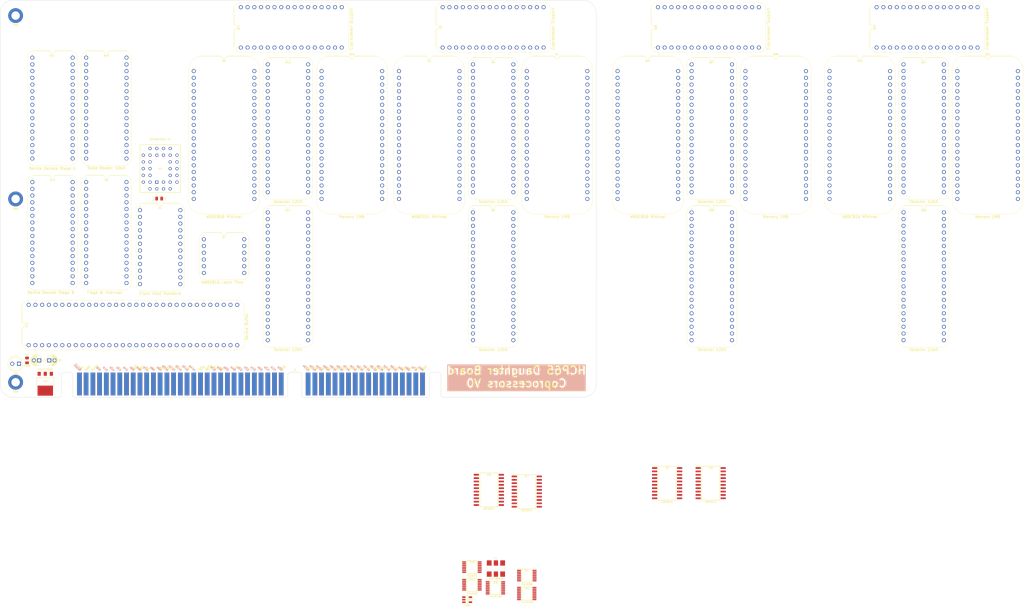
<source format=kicad_pcb>
(kicad_pcb (version 20241229) (generator "pcbnew") (generator_version "9.0")
  (title_block (title "Coprocessors") (date "2025-06-16") (rev "V0"))
  (layers (0 "F.Cu" signal) (2 "B.Cu" signal) (5 "F.SilkS" user "F.Silkscreen") (7 "B.SilkS" user "B.Silkscreen") (1 "F.Mask" user) (3 "B.Mask" user) (25 "Edge.Cuts" user))
  (net 0 "")
  (net 1 "/5V")
  (net 2 "/GND")
  (net 3 "/3.3V")
  (net 4 "/Bank Latch")
  (net 5 "/D7")
  (net 6 "/D6")
  (net 7 "/D5")
  (net 8 "/C~{Reset}")
  (net 9 "/D4")
  (net 10 "/D3")
  (net 11 "/~{Device RAM}")
  (net 12 "/12V")
  (net 14 "/D2")
  (net 16 "/D1")
  (net 17 "/D0")
  (net 18 "/~{Reset}")
  (net 20 "/CPHI2")
  (net 21 "/CAccess")
  (net 25 "/~{CA0_{Memory1}}")
  (net 26 "/~{INT0}")
  (net 29 "/~{CA0_{Memory0}}")
  (net 30 "/A18_{M}")
  (net 31 "/~{RD}")
  (net 32 "/A21_{M}")
  (net 33 "/A4_{M}")
  (net 34 "/~{WD}")
  (net 35 "/A14")
  (net 36 "/A13")
  (net 37 "/A12")
  (net 38 "/A11")
  (net 39 "/A10")
  (net 40 "/A14_{M}")
  (net 41 "/A9")
  (net 42 "/A4")
  (net 43 "/A3")
  (net 44 "/A2")
  (net 45 "/A1")
  (net 46 "/A0")
  (net 47 "/~{Device Select}")
  (net 50 "/A20_{M}")
  (net 51 "/~{Device Registers}")
  (net 52 "/~{Device ROM}")
  (net 53 "/A13_{M}")
  (net 54 "/Write Clear Interrupt")
  (net 55 "/Write Flags")
  (net 56 "/~{Main Access}")
  (net 57 "/Read Flags")
  (net 59 "/A5_{M}")
  (net 60 "/A5")
  (net 61 "/A6")
  (net 62 "/A7")
  (net 63 "/A8")
  (net 65 "/~{RD}_{M}")
  (net 66 "/A22_{M}")
  (net 67 "/A8_{M}")
  (net 68 "/~{WD}_{M}")
  (net 69 "/A16_{M}")
  (net 70 "/A9_{M}")
  (net 71 "/A12_{M}")
  (net 79 "/H0_{D}")
  (net 80 "/H1_{D}")
  (net 86 "/H2_{D}")
  (net 87 "/~{A4}")
  (net 88 "/A0_{D}")
  (net 93 "/A1_{D}")
  (net 94 "/A2_{D}")
  (net 95 "/A10_{M}")
  (net 96 "/A0_{M}")
  (net 97 "/A2_{M}")
  (net 98 "/A11_{M}")
  (net 99 "/~{Main}")
  (net 100 "/A17_{M}")
  (net 101 "/A19_{M}")
  (net 102 "/A3_{M}")
  (net 103 "/A1_{M}")
  (net 104 "/A6_{M}")
  (net 105 "/A23_{M}")
  (net 106 "/A15_{M}")
  (net 107 "/A7_{M}")
  (net 117 "/A3_{D}")
  (net 118 "/A4_{D}")
  (net 119 "/A5_{D}")
  (net 120 "/A6_{D}")
  (net 121 "/A7_{D}")
  (net 122 "/A8_{D}")
  (net 123 "/A9_{D}")
  (net 124 "/A10_{D}")
  (net 125 "/A11_{D}")
  (net 126 "/A12_{D}")
  (net 127 "/A13_{D}")
  (net 128 "/A14_{D}")
  (net 129 "/~{RD}_{D}")
  (net 130 "/~{WD}_{D}")
  (net 131 "/CLK_{D}")
  (net 132 "/D0_{D}")
  (net 133 "/D1_{D}")
  (net 134 "/D2_{D}")
  (net 135 "/D3_{D}")
  (net 136 "/D4_{D}")
  (net 137 "/D5_{D}")
  (net 138 "/D6_{D}")
  (net 139 "/D7_{D}")
  (net 140 "/~{Select}_{D}")
  (net 141 "/~{Enable}_{D}")
  (net 142 "/~{Interrupt}_{D}")
  (net 143 "/~{Reset}_{D}")
  (net 144 "/~{Reset}_{System}")
  (net 147 "/D2_{M}")
  (net 148 "/D5_{M}")
  (net 149 "/D6_{M}")
  (net 150 "/D0_{M}")
  (net 151 "/D4_{M}")
  (net 152 "/D3_{M}")
  (net 153 "/D7_{M}")
  (net 154 "/D1_{M}")
  (net 172 "Net-(LED1-K)")
  (net 175 "/CA0_{17}")
  (net 177 "/CA0_{16}")
  (net 179 "/CA0_{8}")
  (net 180 "/CA0_{2}")
  (net 181 "/CA0_{10}")
  (net 182 "/CA0_{14}")
  (net 185 "/CRun")
  (net 188 "/CA0_{11}")
  (net 189 "/CA0_{5}")
  (net 195 "/CA0_{13}")
  (net 196 "/CA0_{0}")
  (net 197 "/CA0_{18}")
  (net 198 "/M~{Memory4}")
  (net 199 "/CA0_{6}")
  (net 200 "/M~{Memory3}")
  (net 201 "/CA0_{9}")
  (net 202 "/CA0_{15}")
  (net 203 "/CA0~{_{WD}}")
  (net 204 "/CA0_{7}")
  (net 205 "/CA0_{12}")
  (net 206 "/CA0_{3}")
  (net 207 "/M~{Memory2}")
  (net 208 "/M~{Memory7}")
  (net 209 "/CA0_{4}")
  (net 210 "/M~{Memory5}")
  (net 211 "/CA0_{19}")
  (net 212 "/CA0_{1}")
  (net 213 "/M~{Memory6}")
  (net 214 "/CA0~{_{RD}}")
  (net 215 "/40MHz")
  (net 217 "/M~{Memory1}")
  (net 218 "Net-(IC10-1Q)")
  (net 222 "/M~{Memory0}")
  (net 226 "/CLK_{M}")
  (net 227 "/~{Memory A}")
  (net 228 "/~{CLK}_{D}")
  (net 229 "/~{Memory B}")
  (net 230 "/A15_{D}")
  (net 231 "/A16_{D}")
  (net 232 "/~{40MHz}")
  (net 237 "/Q0_{1}")
  (net 238 "/Q0_{~{Memory0}}")
  (net 239 "/QD0_{0}")
  (net 240 "/Q0_{14}")
  (net 241 "/QD0_{5}")
  (net 242 "/Q0_{18}")
  (net 243 "/QD0_{7}")
  (net 244 "/Q0_{2}")
  (net 245 "/Q0_{11}")
  (net 246 "/QD0_{4}")
  (net 247 "/QD0_{1}")
  (net 248 "/Q0_{17}")
  (net 249 "/Q0_{16}")
  (net 250 "/Q0_{15}")
  (net 251 "/Q0_{~{RD}}")
  (net 252 "/Q0_{6}")
  (net 253 "/Q0_{12}")
  (net 254 "/Q0_{7}")
  (net 255 "/Q0_{13}")
  (net 256 "/Q0_{9}")
  (net 257 "/QD0_{6}")
  (net 258 "/Q0_{4}")
  (net 259 "/Q0_{0}")
  (net 260 "/QD0_{3}")
  (net 261 "/Q0_{10}")
  (net 262 "/Q0_{8}")
  (net 263 "/Q0_{~{WD}}")
  (net 264 "/Q0_{3}")
  (net 265 "/Q0_{~{Memory1}}")
  (net 266 "/QD0_{2}")
  (net 267 "/Q0_{5}")
  (net 268 "/Q1D_{1}")
  (net 269 "/CA1~{_{RD}}")
  (net 270 "/CA1_{15}")
  (net 271 "/CA1_{8}")
  (net 272 "/Q1D_{0}")
  (net 273 "/CA1_{1}")
  (net 274 "/CA1_{13}")
  (net 275 "/CA1_{3}")
  (net 276 "/CA1_{14}")
  (net 277 "/CA1_{5}")
  (net 278 "/CA1_{2}")
  (net 279 "/Q1D_{3}")
  (net 280 "/CA1_{10}")
  (net 281 "/CA1~{_{WD}}")
  (net 282 "/Q1D_{2}")
  (net 283 "/Q1D_{7}")
  (net 284 "/CA1_{9}")
  (net 285 "/Q1D_{5}")
  (net 286 "/CA1_{12}")
  (net 287 "/CA1_{6}")
  (net 288 "/Q1D_{4}")
  (net 289 "/Q1D_{6}")
  (net 290 "/CA1_{11}")
  (net 291 "/CA1_{0}")
  (net 292 "/CA1_{7}")
  (net 293 "/CA1_{17}")
  (net 294 "/CA1_{19}")
  (net 295 "/CA1_{4}")
  (net 296 "/CA1_{16}")
  (net 297 "/CA1_{18}")
  (net 298 "/~{INT}")
  (net 299 "/Read State Low")
  (net 300 "/~{INT2}")
  (net 301 "/Read State High")
  (net 302 "/~{INT3}")
  (net 303 "/~{INT1}")
  (net 305 "/~{CA1_{Memory1}}")
  (net 306 "/Q1_{~{WD}}")
  (net 307 "/Q1_{~{RD}}")
  (net 308 "/Q1_{18}")
  (net 309 "/Q1_{12}")
  (net 310 "/Q1_{16}")
  (net 311 "/Q1_{13}")
  (net 312 "/Q1_{14}")
  (net 313 "/Q1_{17}")
  (net 314 "/Q1_{~{Memory0}}")
  (net 315 "/Q1_{15}")
  (net 316 "/~{CA1_{Memory0}}")
  (net 317 "/Q1_{~{Memory1}}")
  (net 318 "/Q1_{8}")
  (net 319 "/Q1_{4}")
  (net 320 "/Q1_{2}")
  (net 321 "/Q1_{6}")
  (net 322 "/Q1_{0}")
  (net 323 "/Q1_{1}")
  (net 324 "/Q1_{7}")
  (net 325 "/Q1_{3}")
  (net 326 "/Q1_{5}")
  (net 327 "/Q1_{9}")
  (net 328 "/Q1_{11}")
  (net 329 "/Q1_{10}")
  (net 336 "/CA2~{_{RD}}")
  (net 337 "/CA2_{13}")
  (net 338 "/CA2_{1}")
  (net 339 "/CA2_{17}")
  (net 340 "/CA2~{_{WD}}")
  (net 341 "/QD2_{4}")
  (net 342 "/CA2_{5}")
  (net 343 "/QD2_{7}")
  (net 344 "/QD2_{5}")
  (net 345 "/CA2_{9}")
  (net 346 "/CA2_{0}")
  (net 347 "/QD2_{3}")
  (net 348 "/CA2_{6}")
  (net 349 "/CA2_{12}")
  (net 350 "/CA2_{2}")
  (net 351 "/QD2_{0}")
  (net 352 "/CA2_{15}")
  (net 353 "/CA2_{7}")
  (net 354 "/CA2_{8}")
  (net 355 "/QD2_{1}")
  (net 356 "/QD2_{2}")
  (net 357 "/QD2_{6}")
  (net 358 "/CA2_{19}")
  (net 359 "/CA2_{14}")
  (net 360 "/CA2_{3}")
  (net 361 "/CA2_{18}")
  (net 362 "/CA2_{16}")
  (net 363 "/CA2_{4}")
  (net 364 "/CA2_{10}")
  (net 365 "/CA2_{11}")
  (net 366 "/Q2_{~{Memory1}}")
  (net 368 "/Q2_{~{WD}}")
  (net 369 "/Q2_{18}")
  (net 370 "/Q2_{~{Memory0}}")
  (net 371 "/Q2_{12}")
  (net 372 "/Q2_{~{RD}}")
  (net 373 "/~{CA2_{Memory0}}")
  (net 374 "/~{CA2_{Memory1}}")
  (net 375 "/Q2_{17}")
  (net 376 "/Q2_{13}")
  (net 377 "/Q2_{15}")
  (net 378 "/Q2_{16}")
  (net 379 "/Q2_{14}")
  (net 380 "/Q2_{9}")
  (net 381 "/Q2_{8}")
  (net 382 "/Q2_{10}")
  (net 383 "/Q2_{3}")
  (net 384 "/Q2_{7}")
  (net 385 "/Q2_{0}")
  (net 386 "/Q2_{2}")
  (net 387 "/Q2_{11}")
  (net 388 "/Q2_{4}")
  (net 389 "/Q2_{1}")
  (net 390 "/Q2_{5}")
  (net 391 "/Q2_{6}")
  (net 398 "/CA3_{8}")
  (net 399 "/CA3_{7}")
  (net 400 "/CA3_{18}")
  (net 401 "/CA3_{4}")
  (net 402 "/CA3_{9}")
  (net 403 "/CA3_{16}")
  (net 404 "/CA3_{2}")
  (net 405 "/CA3_{10}")
  (net 406 "/CA3_{14}")
  (net 407 "/CA3_{11}")
  (net 408 "/QD3_{0}")
  (net 409 "/CA3_{1}")
  (net 410 "/CA3_{3}")
  (net 411 "/CA3_{17}")
  (net 412 "/CA3~{_{RD}}")
  (net 413 "/CA3_{0}")
  (net 414 "/CA3~{_{WD}}")
  (net 415 "/CA3_{19}")
  (net 416 "/CA3_{13}")
  (net 417 "/CA3_{6}")
  (net 418 "/CA3_{15}")
  (net 419 "/CA3_{12}")
  (net 420 "/CA3_{5}")
  (net 421 "/Q3_{16}")
  (net 422 "/~{CA3_{Memory0}}")
  (net 423 "/Q3_{~{RD}}")
  (net 424 "/Q3_{13}")
  (net 425 "/Q3_{17}")
  (net 426 "/~{CA3_{Memory1}}")
  (net 427 "/Q3_{~{Memory0}}")
  (net 429 "/Q3_{15}")
  (net 430 "/Q3_{~{WD}}")
  (net 431 "/Q3_{14}")
  (net 432 "/Q3_{18}")
  (net 433 "/Q3_{~{Memory1}}")
  (net 434 "/Q3_{12}")
  (net 435 "/Q3_{6}")
  (net 436 "/Q3_{5}")
  (net 437 "/Q3_{11}")
  (net 438 "/Q3_{9}")
  (net 439 "/Q3_{4}")
  (net 440 "/Q3_{7}")
  (net 441 "/Q3_{2}")
  (net 442 "/Q3_{0}")
  (net 443 "/Q3_{1}")
  (net 444 "/Q3_{3}")
  (net 445 "/Q3_{8}")
  (net 446 "/Q3_{10}")
  (net 453 "/M~{Memory4•5}")
  (net 454 "/~{INT2•3}")
  (net 455 "/~{INT0•1}")
  (net 460 "/M~{Memory6•7}")
  (net 461 "/M~{Memory0•1}")
  (net 462 "/M~{Memory2•3}")
  (footprint "HCP65_Parts:HCP65_Device_Buffer" (layer "F.Cu") (at -19.153748 -14.632 90)
    (property "Reference" "B16")
    (property "Value" "Device Buffer" (hide yes))
  )
  (footprint "HCP65_Parts:HCP65_Coprocessor_Support" (layer "F.Cu") (at 218.44 -127 90)
    (property "Reference" "B29")
    (property "Value" "Coprocessor Support" (hide yes))
  )
  (footprint "HCP65_Parts:HCP65_Coprocessor_Support" (layer "F.Cu") (at 60.96 -127 90)
    (property "Reference" "B17")
    (property "Value" "Coprocessor Support" (hide yes))
  )
  (footprint "HCP65_Parts:HCP65_Clock_Hold_Standard" (layer "F.Cu") (at 22.86 -65.622898)
    (property "Reference" "B4")
    (property "Value" "Clock Hold Standard" (hide yes))
  )
  (footprint "HCP65_Parts:HCP65_Selector_12bit" (layer "F.Cu") (at 231.14 -120.65)
    (property "Reference" "B27")
    (property "Value" "Selector 12bit" (hide yes))
  )
  (footprint "SamacSys_Parts:CP_Radial_D4.0mm_P2.00mm" (layer "F.Cu") (at -15.1892 -8.89 180)
    (property "Reference" "C4")
    (property "Value" "10μF")
  )
  (footprint "HCP65_Parts:HCP65_MountingHole_M3_" (layer "F.Cu") (at -24.0792 -0.635)
    (property "Reference" "H10" (hide yes))
    (property "Value" "MountingHole_Pad")
  )
  (footprint "HCP65_Parts:HCP65_W65C816_Minimal" (layer "F.Cu") (at 203.2 -118.11)
    (property "Reference" "B24")
    (property "Value" "W65C816 Minimal" (hide yes))
  )
  (footprint "HCP65_Parts:HCP65_W65C816_Minimal" (layer "F.Cu") (at 120.65 -118.11)
    (property "Reference" "B2")
    (property "Value" "W65C816 Minimal" (hide yes))
  )
  (footprint "SamacSys_Parts:LED_D5.0mm" (layer "F.Cu") (at -22.8092 -7.62 180)
    (property "Reference" "LED1")
    (property "Value" "Red")
  )
  (footprint "SamacSys_Parts:SOIC127P1032X265-20N" (layer "F.Cu") (at 221.895 37.465)
    (property "Reference" "IC2")
    (property "Value" "CBT3244AD,112" (hide yes))
  )
  (footprint "HCP65_Parts:HCP65_W65C816_Latch_Time" (layer "F.Cu") (at 46.99 -54.61)
    (property "Reference" "B7")
    (property "Value" "W65C816_Latch_Time" (hide yes))
  )
  (footprint "HCP65_Parts:HCP65_Selector_12bit" (layer "F.Cu") (at 71.12 -64.77)
    (property "Reference" "B14")
    (property "Value" "Selector 12bit" (hide yes))
  )
  (footprint "SamacSys_Parts:SOP65P640X110-14N" (layer "F.Cu") (at 168.91 72.36)
    (property "Reference" "IC4")
    (property "Value" "74LVC08APW,112" (hide yes))
  )
  (footprint "SamacSys_Parts:SOP65P640X110-14N" (layer "F.Cu") (at 148.192 69.17)
    (property "Reference" "IC10")
    (property "Value" "74LVC74APW,118" (hide yes))
  )
  (footprint "HCP65_Parts:HCP65_Flags_Interrupt" (layer "F.Cu") (at 2.54 -76.2)
    (property "Reference" "B9")
    (property "Value" "Flags & Interrupt" (hide yes))
  )
  (footprint "HCP65_Parts:HCP65_Selector_12bit" (layer "F.Cu") (at 148.59 -64.77)
    (property "Reference" "B8")
    (property "Value" "Selector 12bit" (hide yes))
  )
  (footprint "SamacSys_Parts:SOIC127P1032X265-20N" (layer "F.Cu") (at 168.91 40.64)
    (property "Reference" "IC7")
    (property "Value" "CBT3244AD,112" (hide yes))
  )
  (footprint "HCP65_Parts:HCP65_Memory_1MB" (layer "F.Cu") (at 251.46 -118.11)
    (property "Reference" "B28")
    (property "Value" "Memory 1MB" (hide yes))
  )
  (footprint "HCP65_Parts:HCP65_Memory_1MB" (layer "F.Cu") (at 331.47 -118.11)
    (property "Reference" "B22")
    (property "Value" "Memory 1MB" (hide yes))
  )
  (footprint "SamacSys_Parts:CP_Radial_D4.0mm_P2.00mm" (layer "F.Cu") (at -11.3792 -8.89)
    (property "Reference" "C3")
    (property "Value" "100μF")
  )
  (footprint "SamacSys_Parts:SOIC127P1032X265-20N" (layer "F.Cu") (at 154.585 40.005)
    (property "Reference" "IC6")
    (property "Value" "CBT3244AD,112" (hide yes))
  )
  (footprint "HCP65_Parts:HCP65_Selector_12bit" (layer "F.Cu") (at 231.14 -64.77)
    (property "Reference" "B26")
    (property "Value" "Selector 12bit" (hide yes))
  )
  (footprint "HCP65_Parts:HCP65_State_Reader" (layer "F.Cu") (at 2.54 -123.19)
    (property "Reference" "B10")
    (property "Value" "State Reader 16bit" (hide yes))
  )
  (footprint "HCP65_Parts:HCP65_Coprocessor_Support" (layer "F.Cu") (at 137.16 -127 90)
    (property "Reference" "B3")
    (property "Value" "Coprocessor Support" (hide yes))
  )
  (footprint "SamacSys_Parts:SOP65P640X110-16N" (layer "F.Cu") (at 168.885 79.135)
    (property "Reference" "IC5")
    (property "Value" "74LVC139PW,118" (hide yes))
  )
  (footprint "SamacSys_Parts:LD1117S33C" (layer "F.Cu") (at -12.8892 -0.635 180)
    (property "Reference" "IC3")
    (property "Value" "LD1117S50C" (hide yes))
  )
  (footprint "SamacSys_Parts:SOIC127P1032X265-20N" (layer "F.Cu") (at 238.345 37.465)
    (property "Reference" "IC8")
    (property "Value" "CBT3244AD,112" (hide yes))
  )
  (footprint "HCP65_Parts:HCP65_Coprocessor_Support" (layer "F.Cu") (at 300.99 -127 90)
    (property "Reference" "B23")
    (property "Value" "Coprocessor Support" (hide yes))
  )
  (footprint "SamacSys_Parts:XLH736074250000I" (layer "F.Cu") (at 157.256 69.697)
    (property "Reference" "Y1")
    (property "Value" "XLH735040.000000I" (hide yes))
  )
  (footprint "HCP65_Parts:HCP65_Selector_12bit" (layer "F.Cu") (at 311.15 -64.77)
    (property "Reference" "B20")
    (property "Value" "Selector 12bit" (hide yes))
  )
  (footprint "HCP65_Parts:HCP65_W65C816_Minimal" (layer "F.Cu") (at 43.18 -118.11)
    (property "Reference" "B6")
    (property "Value" "W65C816 Minimal" (hide yes))
  )
  (footprint "HCP65_Parts:HCP65_Selector_12bit" (layer "F.Cu") (at 311.15 -120.65)
    (property "Reference" "B21")
    (property "Value" "Selector 12bit" (hide yes))
  )
  (footprint "HCP65_Parts:HCP65_MountingHole_M3_" (layer "F.Cu") (at -24.0792 -69.85)
    (property "Reference" "H7" (hide yes))
    (property "Value" "MountingHole_Pad")
  )
  (footprint "SamacSys_Parts:5408803224008" (layer "F.Cu") (at 29.21 -76.2)
    (property "Reference" "IC1")
    (property "Value" "SST39VF010-70-4I-NHE" (hide yes))
  )
  (footprint "SamacSys_Parts:SOP65P640X110-14N" (layer "F.Cu") (at 148.192 75.82)
    (property "Reference" "IC11")
    (property "Value" "74LVC32APW,118" (hide yes))
  )
  (footprint "HCP65_Parts:HCP65_Device_Decode_Stage_B" (layer "F.Cu") (at -17.78 -76.2)
    (property "Reference" "B12")
    (property "Value" "Device Decode Stage B" (hide yes))
  )
  (footprint "SamacSys_Parts:98pin Edge Connector" (layer "F.Cu") (at -7.366 5.08)
    (property "Reference" "J1")
    (property "Value" "395-098-520-350")
    (fp_line (start 0.5 -8.413) (end 0.5 -0.5) (stroke (width 0.1)) (layer "Edge.Cuts"))
    (fp_line (start 0.5 -0.5) (end 0 0) (stroke (width 0.1)) (layer "Edge.Cuts"))
    (fp_line (start 3.81 -9.479799) (end 1.577048 -9.479799) (stroke (width 0.1)) (layer "Edge.Cuts"))
    (fp_line (start 4.887048 -8.413) (end 4.887048 -0.5) (stroke (width 0.1)) (layer "Edge.Cuts"))
    (fp_line (start 4.887048 -0.5) (end 5.387048 0) (stroke (width 0.1)) (layer "Edge.Cuts"))
    (fp_line (start 85.540048 0) (end 5.387048 0) (stroke (width 0.1)) (layer "Edge.Cuts"))
    (fp_line (start 86.040048 -8.4) (end 86.040048 -0.5) (stroke (width 0.1)) (layer "Edge.Cuts"))
    (fp_line (start 86.040048 -0.5) (end 85.540048 0) (stroke (width 0.1)) (layer "Edge.Cuts"))
    (fp_line (start 87.117096 -9.466799) (end 90.297 -9.466799) (stroke (width 0.1)) (layer "Edge.Cuts"))
    (fp_line (start 91.374048 -8.4) (end 91.374048 -0.5) (stroke (width 0.1)) (layer "Edge.Cuts"))
    (fp_line (start 91.374048 -0.5) (end 91.874048 0) (stroke (width 0.1)) (layer "Edge.Cuts"))
    (fp_line (start 138.999048 0) (end 91.874048 0) (stroke (width 0.1)) (layer "Edge.Cuts"))
    (fp_line (start 139.499048 -8.4) (end 139.499048 -0.5) (stroke (width 0.1)) (layer "Edge.Cuts"))
    (fp_line (start 139.499048 -0.5) (end 138.999048 0) (stroke (width 0.1)) (layer "Edge.Cuts"))
    (fp_line (start 140.576096 -9.466799) (end 142.809048 -9.466799) (stroke (width 0.1)) (layer "Edge.Cuts"))
    (fp_line (start 143.886096 -8.4) (end 143.886096 -0.5) (stroke (width 0.1)) (layer "Edge.Cuts"))
    (fp_line (start 143.886096 -0.5) (end 144.386096 0) (stroke (width 0.1)) (layer "Edge.Cuts"))
    (fp_arc (start 0.5 -8.413) (mid 0.817585 -9.169461) (end 1.577048 -9.479799) (stroke (width 0.1)) (layer "Edge.Cuts"))
    (fp_arc (start 3.81 -9.479799) (mid 4.569467 -9.169465) (end 4.887048 -8.413) (stroke (width 0.1)) (layer "Edge.Cuts"))
    (fp_arc (start 86.040048 -8.4) (mid 86.35762 -9.156489) (end 87.117096 -9.466799) (stroke (width 0.1)) (layer "Edge.Cuts"))
    (fp_arc (start 90.297 -9.466799) (mid 91.056441 -9.156453) (end 91.374048 -8.4) (stroke (width 0.1)) (layer "Edge.Cuts"))
    (fp_arc (start 139.499048 -8.4) (mid 139.81662 -9.156489) (end 140.576096 -9.466799) (stroke (width 0.1)) (layer "Edge.Cuts"))
    (fp_arc (start 142.809048 -9.466799) (mid 143.568523 -9.156472) (end 143.886096 -8.4) (stroke (width 0.1)) (layer "Edge.Cuts"))
  )
  (footprint "SamacSys_Parts:SOP65P640X110-16N" (layer "F.Cu") (at 157.067 76.995)
    (property "Reference" "IC9")
    (property "Value" "74LVC139PW,118" (hide yes))
  )
  (footprint "HCP65_Parts:HCP65_Device_Decode_Stage_A" (layer "F.Cu") (at -17.78 -123.19)
    (property "Reference" "B11")
    (property "Value" "Device Decode Stage A" (hide yes))
  )
  (footprint "HCP65_Parts:HCP65_MountingHole_M3_" (layer "F.Cu") (at -24.0792 -139.065)
    (property "Reference" "H1" (hide yes))
    (property "Value" "MountingHole_Pad")
  )
  (footprint "SamacSys_Parts:SOT95P275X110-5N" (layer "F.Cu") (at 146.392 81.448)
    (property "Reference" "IC12")
    (property "Value" "74LVC1G04GV,125" (hide yes))
  )
  (footprint "SamacSys_Parts:R_0805" (layer "F.Cu") (at -19.7612 -8.89)
    (property "Reference" "R3")
    (property "Value" "10KΩ")
  )
  (footprint "HCP65_Parts:HCP65_Selector_12bit" (layer "F.Cu") (at 148.59 -120.65)
    (property "Reference" "B5")
    (property "Value" "Selector 12bit" (hide yes))
  )
  (footprint "SamacSys_Parts:C_0805" (layer "F.Cu") (at 30.099 -69.977 -90)
    (property "Reference" "C6")
    (property "Value" "1μF")
  )
  (footprint "HCP65_Parts:HCP65_Memory_1MB" (layer "F.Cu") (at 91.44 -118.11)
    (property "Reference" "B15")
    (property "Value" "Memory 1MB" (hide yes))
  )
  (footprint "HCP65_Parts:HCP65_Selector_12bit" (layer "F.Cu") (at 71.12 -120.65)
    (property "Reference" "B13")
    (property "Value" "Selector 12bit" (hide yes))
  )
  (footprint "HCP65_Parts:HCP65_W65C816_Minimal" (layer "F.Cu") (at 283.21 -118.11)
    (property "Reference" "B18")
    (property "Value" "W65C816 Minimal" (hide yes))
  )
  (footprint "HCP65_Parts:HCP65_Memory_1MB" (layer "F.Cu") (at 168.91 -118.11)
    (property "Reference" "B1")
    (property "Value" "Memory 1MB" (hide yes))
  )
  (gr_arc (start 195.186301 0.000001) (mid 193.698403 3.592103) (end 190.106301 5.080001) (stroke (width 0.1)) (layer "Edge.Cuts"))
  (gr_line (start -29.9212 0) (end -29.9292 -139.827) (stroke (width 0.1)) (layer "Edge.Cuts"))
  (gr_line (start 190.106301 5.080001) (end 137.020096 5.08) (stroke (width 0.1)) (layer "Edge.Cuts"))
  (gr_line (start 190.0983 -144.907) (end -24.8492 -144.907) (stroke (width 0.1)) (layer "Edge.Cuts"))
  (gr_arc (start -29.9292 -139.827) (mid -28.441302 -143.419102) (end -24.8492 -144.907) (stroke (width 0.1)) (layer "Edge.Cuts"))
  (gr_arc (start -24.8412 5.08) (mid -28.433302 3.592102) (end -29.9212 0) (stroke (width 0.1)) (layer "Edge.Cuts"))
  (gr_line (start 195.186301 0.000001) (end 195.1783 -139.827) (stroke (width 0.1)) (layer "Edge.Cuts"))
  (gr_line (start -7.366 5.08) (end -24.8412 5.080001) (stroke (width 0.1)) (layer "Edge.Cuts"))
  (gr_arc (start 190.0983 -144.907) (mid 193.690402 -143.419102) (end 195.1783 -139.827) (stroke (width 0.1)) (layer "Edge.Cuts"))
  (gr_text "A0_{M}" (at 127.0508 -4.572 45) (layer "F.SilkS") (effects (font (size 0.8 0.8) (thickness 0.2) (bold yes)) (justify left bottom)))
  (gr_text "GND" (at 40.5638 -4.572 45) (layer "F.SilkS") (effects (font (size 0.8 0.8) (thickness 0.2) (bold yes)) (justify left bottom)))
  (gr_text "GND" (at 22.7838 -4.572 45) (layer "F.SilkS") (effects (font (size 0.8 0.8) (thickness 0.2) (bold yes)) (justify left bottom)))
  (gr_text "CLK_{M}" (at 5.0038 -4.572 45) (layer "F.SilkS") (effects (font (size 0.8 0.8) (thickness 0.2) (bold yes)) (justify left bottom)))
  (gr_text "A1_{M}" (at 124.3838 -4.572 45) (layer "F.SilkS") (effects (font (size 0.8 0.8) (thickness 0.2) (bold yes)) (justify left bottom)))
  (gr_text "D2_{M}" (at 99.1108 -4.572 45) (layer "F.SilkS") (effects (font (size 0.8 0.8) (thickness 0.2) (bold yes)) (justify left bottom)))
  (gr_text "12V" (at 0.0508 -4.572 45) (layer "F.SilkS") (effects (font (size 0.8 0.8) (thickness 0.2) (bold yes)) (justify left bottom)))
  (gr_text "~{RD}_{M}" (at 114.3508 -4.572 45) (layer "F.SilkS") (effects (font (size 0.8 0.8) (thickness 0.2) (bold yes)) (justify left bottom)))
  (gr_text "~{WD}_{M}" (at 111.8108 -4.572 45) (layer "F.SilkS") (effects (font (size 0.8 0.8) (thickness 0.2) (bold yes)) (justify left bottom)))
  (gr_text "D1_{M}" (at 101.6508 -4.572 45) (layer "F.SilkS") (effects (font (size 0.8 0.8) (thickness 0.2) (bold yes)) (justify left bottom)))
  (gr_text "D7_{M}" (at 86.4108 -4.572 45) (layer "F.SilkS") (effects (font (size 0.8 0.8) (thickness 0.2) (bold yes)) (justify left bottom)))
  (gr_text "~{WD}_{D}" (at 32.9438 -4.572 45) (layer "F.SilkS") (effects (font (size 0.8 0.8) (thickness 0.2) (bold yes)) (justify left bottom)))
  (gr_text "D3_{M}" (at 96.5708 -4.572 45) (layer "F.SilkS") (effects (font (size 0.8 0.8) (thickness 0.2) (bold yes)) (justify left bottom)))
  (gr_text "CLK_{D}" (at 35.4838 -4.572 45) (layer "F.SilkS") (effects (font (size 0.8 0.8) (thickness 0.2) (bold yes)) (justify left bottom)))
  (gr_text "D0_{M}" (at 104.1908 -4.572 45) (layer "F.SilkS") (effects (font (size 0.8 0.8) (thickness 0.2) (bold yes)) (justify left bottom)))
  (gr_text "~{SEL}_{D}" (at 50.7238 -4.572 45) (layer "F.SilkS") (effects (font (size 0.8 0.8) (thickness 0.2) (bold yes)) (justify left bottom)))
  (gr_text "GND" (at 2.4638 -4.572 45) (layer "F.SilkS") (effects (font (size 0.8 0.8) (thickness 0.2) (bold yes)) (justify left bottom)))
  (gr_text "D6_{M}" (at 88.9508 -4.572 45) (layer "F.SilkS") (effects (font (size 0.8 0.8) (thickness 0.2) (bold yes)) (justify left bottom)))
  (gr_text "A3_{M}" (at 119.4308 -4.572 45) (layer "F.SilkS") (effects (font (size 0.8 0.8) (thickness 0.2) (bold yes)) (justify left bottom)))
  (gr_text "GND" (at 129.5908 -4.572 45) (layer "F.SilkS") (effects (font (size 0.8 0.8) (thickness 0.2) (bold yes)) (justify left bottom)))
  (gr_text "~{INT}_{D}" (at 45.6438 -4.572 45) (layer "F.SilkS") (effects (font (size 0.8 0.8) (thickness 0.2) (bold yes)) (justify left bottom)))
  (gr_text "HCP65 Daughter Board\nCoprocessors V0" (at 165.0238 -2.667 0) (layer "F.SilkS" knockout) (effects (font (size 3 3) (thickness 0.6) (bold yes))))
  (gr_text "~{EN}_{D}" (at 53.3908 -4.445 45) (layer "F.SilkS") (effects (font (size 0.8 0.8) (thickness 0.2) (bold yes)) (justify left bottom)))
  (gr_text "~{Main}" (at 20.2438 -4.572 45) (layer "F.SilkS") (effects (font (size 0.8 0.8) (thickness 0.2) (bold yes)) (justify left bottom)))
  (gr_text "~{RES}_{D}" (at 48.1838 -4.572 45) (layer "F.SilkS") (effects (font (size 0.8 0.8) (thickness 0.2) (bold yes)) (justify left bottom)))
  (gr_text "GND" (at 106.7308 -4.572 45) (layer "F.SilkS") (effects (font (size 0.8 0.8) (thickness 0.2) (bold yes)) (justify left bottom)))
  (gr_text "D5_{M}" (at 91.3638 -4.572 45) (layer "F.SilkS") (effects (font (size 0.8 0.8) (thickness 0.2) (bold yes)) (justify left bottom)))
  (gr_text "A2_{M}" (at 121.9708 -4.572 45) (layer "F.SilkS") (effects (font (size 0.8 0.8) (thickness 0.2) (bold yes)) (justify left bottom)))
  (gr_text "D4_{M}" (at 94.0308 -4.572 45) (layer "F.SilkS") (effects (font (size 0.8 0.8) (thickness 0.2) (bold yes)) (justify left bottom)))
  (gr_text "D7_{M}" (at 109.2708 -4.572 45) (layer "F.SilkS") (effects (font (size 0.8 0.8) (thickness 0.2) (bold yes)) (justify left bottom)))
  (gr_text "~{MA}" (at 25.3238 -4.572 45) (layer "F.SilkS") (effects (font (size 0.8 0.8) (thickness 0.2) (bold yes)) (justify left bottom)))
  (gr_text "A4_{M}" (at 116.8908 -4.572 45) (layer "F.SilkS") (effects (font (size 0.8 0.8) (thickness 0.2) (bold yes)) (justify left bottom)))
  (gr_text "GND" (at 76.1238 -4.572 45) (layer "F.SilkS") (effects (font (size 0.8 0.8) (thickness 0.2) (bold yes)) (justify left bottom)))
  (gr_text "~{RD}_{D}" (at 30.4038 -4.572 45) (layer "F.SilkS") (effects (font (size 0.8 0.8) (thickness 0.2) (bold yes)) (justify left bottom)))
  (gr_text "GND" (at 58.3438 -4.572 45) (layer "F.SilkS") (effects (font (size 0.8 0.8) (thickness 0.2) (bold yes)) (justify left bottom)))
  (gr_text "A7_{M}" (at 127.0508 -4.572 315) (layer "B.SilkS") (effects (font (size 0.8 0.8) (thickness 0.2) (bold yes)) (justify left bottom mirror)))
  (gr_text "A12_{D}" (at 38.2778 -4.572 315) (layer "B.SilkS") (effects (font (size 0.8 0.8) (thickness 0.2) (bold yes)) (justify left bottom mirror)))
  (gr_text "D4_{D}" (at 58.5978 -4.572 315) (layer "B.SilkS") (effects (font (size 0.8 0.8) (thickness 0.2) (bold yes)) (justify left bottom mirror)))
  (gr_text "A7_{D}" (at 25.5778 -4.572 315) (layer "B.SilkS") (effects (font (size 0.8 0.8) (thickness 0.2) (bold yes)) (justify left bottom mirror)))
  (gr_text "A10_{D}" (at 33.1978 -4.572 315) (layer "B.SilkS") (effects (font (size 0.8 0.8) (thickness 0.2) (bold yes)) (justify left bottom mirror)))
  (gr_text "D2_{D}" (at 63.6778 -4.572 315) (layer "B.SilkS") (effects (font (size 0.8 0.8) (thickness 0.2) (bold yes)) (justify left bottom mirror)))
  (gr_text "A6_{D}" (at 23.0378 -4.572 315) (layer "B.SilkS") (effects (font (size 0.8 0.8) (thickness 0.2) (bold yes)) (justify left bottom mirror)))
  (gr_text "D0_{D}" (at 68.7578 -4.572 315) (layer "B.SilkS") (effects (font (size 0.8 0.8) (thickness 0.2) (bold yes)) (justify left bottom mirror)))
  (gr_text "A10_{M}" (at 119.4308 -4.572 315) (layer "B.SilkS") (effects (font (size 0.8 0.8) (thickness 0.2) (bold yes)) (justify left bottom mirror)))
  (gr_text "D1_{D}" (at 66.2178 -4.572 315) (layer "B.SilkS") (effects (font (size 0.8 0.8) (thickness 0.2) (bold yes)) (justify left bottom mirror)))
  (gr_text "A0_{D}" (at 7.7978 -4.572 315) (layer "B.SilkS") (effects (font (size 0.8 0.8) (thickness 0.2) (bold yes)) (justify left bottom mirror)))
  (gr_text "A11_{M}" (at 116.8908 -4.572 315) (layer "B.SilkS") (effects (font (size 0.8 0.8) (thickness 0.2) (bold yes)) (justify left bottom mirror)))
  (gr_text "A4_{D}" (at 17.9578 -4.572 315) (layer "B.SilkS") (effects (font (size 0.8 0.8) (thickness 0.2) (bold yes)) (justify left bottom mirror)))
  (gr_text "A1_{D}" (at 10.3378 -4.572 315) (layer "B.SilkS") (effects (font (size 0.8 0.8) (thickness 0.2) (bold yes)) (justify left bottom mirror)))
  (gr_text "A17_{M}" (at 101.6508 -4.572 315) (layer "B.SilkS") (effects (font (size 0.8 0.8) (thickness 0.2) (bold yes)) (justify left bottom mirror)))
  (gr_text "A8_{M}" (at 124.3838 -4.572 315) (layer "B.SilkS") (effects (font (size 0.8 0.8) (thickness 0.2) (bold yes)) (justify left bottom mirror)))
  (gr_text "A16_{M}" (at 104.1908 -4.572 315) (layer "B.SilkS") (effects (font (size 0.8 0.8) (thickness 0.2) (bold yes)) (justify left bottom mirror)))
  (gr_text "D6_{D}" (at 53.5178 -4.572 315) (layer "B.SilkS") (effects (font (size 0.8 0.8) (thickness 0.2) (bold yes)) (justify left bottom mirror)))
  (gr_text "A22_{M}" (at 88.9508 -4.572 315) (layer "B.SilkS") (effects (font (size 0.8 0.8) (thickness 0.2) (bold yes)) (justify left bottom mirror)))
  (gr_text "A23_{M}" (at 86.4108 -4.572 315) (layer "B.SilkS") (effects (font (size 0.8 0.8) (thickness 0.2) (bold yes)) (justify left bottom mirror)))
  (gr_text "A3_{D}" (at 15.4178 -4.572 315) (layer "B.SilkS") (effects (font (size 0.8 0.8) (thickness 0.2) (bold yes)) (justify left bottom mirror)))
  (gr_text "A13_{M}" (at 111.8108 -4.572 315) (layer "B.SilkS") (effects (font (size 0.8 0.8) (thickness 0.2) (bold yes)) (justify left bottom mirror)))
  (gr_text "A12_{M}" (at 114.3508 -4.572 315) (layer "B.SilkS") (effects (font (size 0.8 0.8) (thickness 0.2) (bold yes)) (justify left bottom mirror)))
  (gr_text "HCP65 Daughter Board\nCoprocessors V0" (at 165.0238 -2.667 0) (layer "B.SilkS" knockout) (effects (font (size 3 3) (thickness 0.6) (bold yes)) (justify mirror)))
  (gr_text "A6_{M}" (at 129.5908 -4.572 315) (layer "B.SilkS") (effects (font (size 0.8 0.8) (thickness 0.2) (bold yes)) (justify left bottom mirror)))
  (gr_text "A21_{M}" (at 91.3638 -4.572 315) (layer "B.SilkS") (effects (font (size 0.8 0.8) (thickness 0.2) (bold yes)) (justify left bottom mirror)))
  (gr_text "H0_{D}" (at 76.3778 -4.572 315) (layer "B.SilkS") (effects (font (size 0.8 0.8) (thickness 0.2) (bold yes)) (justify left bottom mirror)))
  (gr_text "A9_{D}" (at 30.6578 -4.572 315) (layer "B.SilkS") (effects (font (size 0.8 0.8) (thickness 0.2) (bold yes)) (justify left bottom mirror)))
  (gr_text "D5_{D}" (at 56.0578 -4.572 315) (layer "B.SilkS") (effects (font (size 0.8 0.8) (thickness 0.2) (bold yes)) (justify left bottom mirror)))
  (gr_text "A2_{D}" (at 12.8778 -4.572 315) (layer "B.SilkS") (effects (font (size 0.8 0.8) (thickness 0.2) (bold yes)) (justify left bottom mirror)))
  (gr_text "~{Reset}" (at 0.1778 -4.572 -45) (layer "B.SilkS") (effects (font (size 0.8 0.8) (thickness 0.2) (bold yes)) (justify left bottom mirror)))
  (gr_text "H1_{D}" (at 73.8378 -4.572 315) (layer "B.SilkS") (effects (font (size 0.8 0.8) (thickness 0.2) (bold yes)) (justify left bottom mirror)))
  (gr_text "D3_{D}" (at 61.1378 -4.572 315) (layer "B.SilkS") (effects (font (size 0.8 0.8) (thickness 0.2) (bold yes)) (justify left bottom mirror)))
  (gr_text "A5_{D}" (at 20.4978 -4.572 315) (layer "B.SilkS") (effects (font (size 0.8 0.8) (thickness 0.2) (bold yes)) (justify left bottom mirror)))
  (gr_text "A14_{D}" (at 43.3578 -4.572 315) (layer "B.SilkS") (effects (font (size 0.8 0.8) (thickness 0.2) (bold yes)) (justify left bottom mirror)))
  (gr_text "A18_{M}" (at 99.1108 -4.572 315) (layer "B.SilkS") (effects (font (size 0.8 0.8) (thickness 0.2) (bold yes)) (justify left bottom mirror)))
  (gr_text "A11_{D}" (at 35.7378 -4.572 315) (layer "B.SilkS") (effects (font (size 0.8 0.8) (thickness 0.2) (bold yes)) (justify left bottom mirror)))
  (gr_text "A19_{M}" (at 96.5708 -4.572 315) (layer "B.SilkS") (effects (font (size 0.8 0.8) (thickness 0.2) (bold yes)) (justify left bottom mirror)))
  (gr_text "A15_{M}" (at 106.7308 -4.572 315) (layer "B.SilkS") (effects (font (size 0.8 0.8) (thickness 0.2) (bold yes)) (justify left bottom mirror)))
  (gr_text "A13_{D}" (at 40.8178 -4.572 315) (layer "B.SilkS") (effects (font (size 0.8 0.8) (thickness 0.2) (bold yes)) (justify left bottom mirror)))
  (gr_text "H2_{D}" (at 71.2978 -4.572 315) (layer "B.SilkS") (effects (font (size 0.8 0.8) (thickness 0.2) (bold yes)) (justify left bottom mirror)))
  (gr_text "A9_{M}" (at 121.9708 -4.572 315) (layer "B.SilkS") (effects (font (size 0.8 0.8) (thickness 0.2) (bold yes)) (justify left bottom mirror)))
  (gr_text "A20_{M}" (at 94.0308 -4.572 315) (layer "B.SilkS") (effects (font (size 0.8 0.8) (thickness 0.2) (bold yes)) (justify left bottom mirror)))
  (gr_text "A8_{D}" (at 28.1178 -4.572 315) (layer "B.SilkS") (effects (font (size 0.8 0.8) (thickness 0.2) (bold yes)) (justify left bottom mirror)))
  (gr_text "A14_{M}" (at 109.2708 -4.572 315) (layer "B.SilkS") (effects (font (size 0.8 0.8) (thickness 0.2) (bold yes)) (justify left bottom mirror)))
  (gr_text "D7_{D}" (at 51.1048 -4.572 315) (layer "B.SilkS") (effects (font (size 0.8 0.8) (thickness 0.2) (bold yes)) (justify left bottom mirror)))
)
</source>
